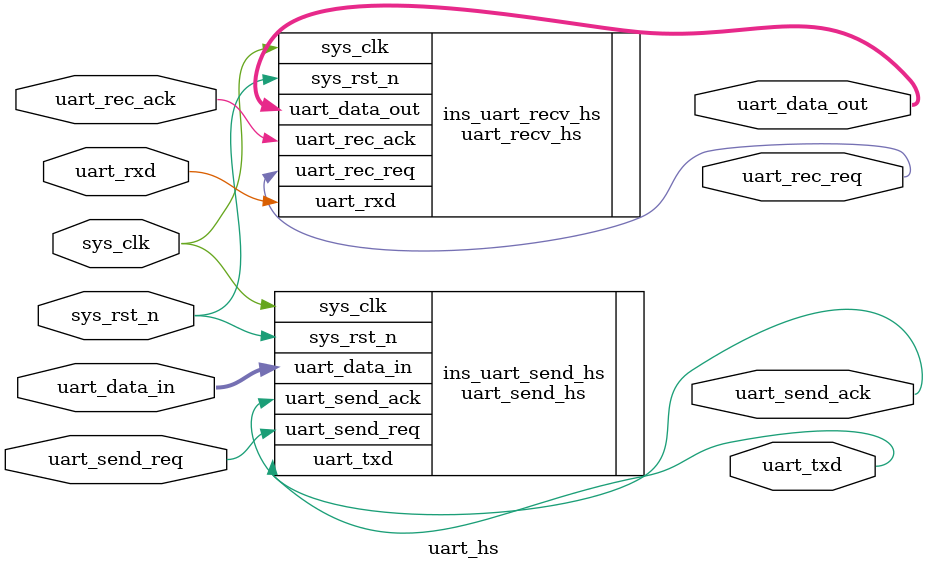
<source format=v>

module uart_hs(
    input sys_clk,
    input sys_rst_n,
    
    input  uart_rxd,                 //UART接收端口
    output uart_txd,                  //UART发送端口
    
    output            uart_rec_req,                //接收一帧数据完成标志信号 上升沿表示接收到
    input             uart_rec_ack,
    output      [7:0] uart_data_out,                 //接收的数据
    input             uart_send_req,                  //发送使能信号
    output            uart_send_ack,
    input       [7:0] uart_data_in                 //待发送数据

);


uart_recv_hs ins_uart_recv_hs(
	.sys_clk (sys_clk),
	.sys_rst_n (sys_rst_n),

	.uart_rxd (uart_rxd),
	
	.uart_rec_req (uart_rec_req),
	.uart_rec_ack (uart_rec_ack),
	.uart_data_out (uart_data_out)
);

uart_send_hs ins_uart_send_hs(
	.sys_clk (sys_clk),
	.sys_rst_n (sys_rst_n),

	.uart_txd (uart_txd),
	
	.uart_send_req (uart_send_req),
	.uart_send_ack (uart_send_ack),
	.uart_data_in (uart_data_in)
);

endmodule

</source>
